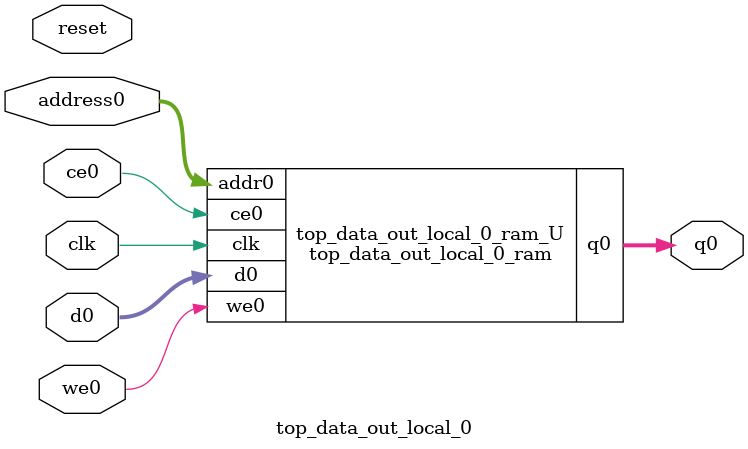
<source format=v>
`timescale 1 ns / 1 ps
module top_data_out_local_0_ram (addr0, ce0, d0, we0, q0,  clk);

parameter DWIDTH = 32;
parameter AWIDTH = 5;
parameter MEM_SIZE = 20;

input[AWIDTH-1:0] addr0;
input ce0;
input[DWIDTH-1:0] d0;
input we0;
output reg[DWIDTH-1:0] q0;
input clk;

reg [DWIDTH-1:0] ram[0:MEM_SIZE-1];




always @(posedge clk)  
begin 
    if (ce0) begin
        if (we0) 
            ram[addr0] <= d0; 
        q0 <= ram[addr0];
    end
end


endmodule

`timescale 1 ns / 1 ps
module top_data_out_local_0(
    reset,
    clk,
    address0,
    ce0,
    we0,
    d0,
    q0);

parameter DataWidth = 32'd32;
parameter AddressRange = 32'd20;
parameter AddressWidth = 32'd5;
input reset;
input clk;
input[AddressWidth - 1:0] address0;
input ce0;
input we0;
input[DataWidth - 1:0] d0;
output[DataWidth - 1:0] q0;



top_data_out_local_0_ram top_data_out_local_0_ram_U(
    .clk( clk ),
    .addr0( address0 ),
    .ce0( ce0 ),
    .we0( we0 ),
    .d0( d0 ),
    .q0( q0 ));

endmodule


</source>
